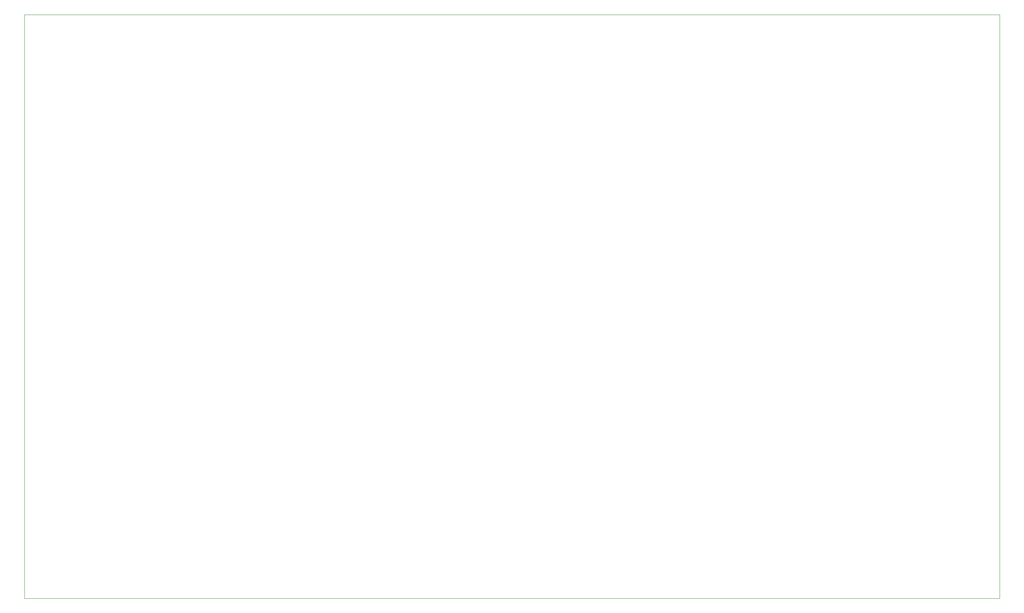
<source format=gbr>
%TF.GenerationSoftware,KiCad,Pcbnew,8.0.1*%
%TF.CreationDate,2024-04-10T00:32:00-05:00*%
%TF.ProjectId,ControlMixer,436f6e74-726f-46c4-9d69-7865722e6b69,rev?*%
%TF.SameCoordinates,Original*%
%TF.FileFunction,Profile,NP*%
%FSLAX46Y46*%
G04 Gerber Fmt 4.6, Leading zero omitted, Abs format (unit mm)*
G04 Created by KiCad (PCBNEW 8.0.1) date 2024-04-10 00:32:00*
%MOMM*%
%LPD*%
G01*
G04 APERTURE LIST*
%TA.AperFunction,Profile*%
%ADD10C,0.050000*%
%TD*%
G04 APERTURE END LIST*
D10*
X33962500Y-27750000D02*
X253962500Y-27750000D01*
X253962500Y-159500000D01*
X33962500Y-159500000D01*
X33962500Y-27750000D01*
M02*

</source>
